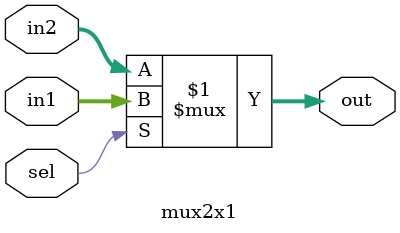
<source format=sv>
module mux2x1 #(
    parameter n = 4
) (
    input wire [n-1:0] in1,
    input wire [n-1:0] in2,
    input wire sel,
    output wire [n-1:0] out

);

  assign out = sel ? in1 : in2;

endmodule : mux2x1

</source>
